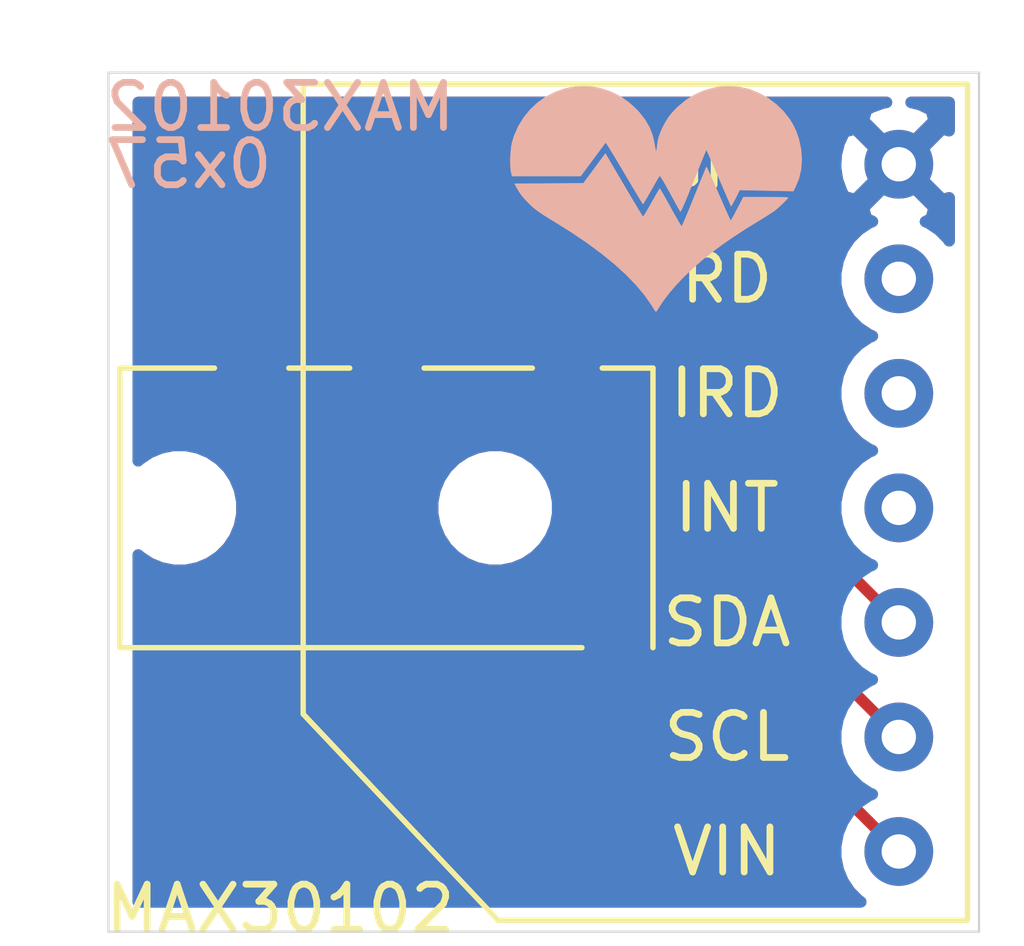
<source format=kicad_pcb>
(kicad_pcb (version 20171130) (host pcbnew "(5.1.5)-3")

  (general
    (thickness 1.6)
    (drawings 7)
    (tracks 12)
    (zones 0)
    (modules 3)
    (nets 8)
  )

  (page A4)
  (layers
    (0 F.Cu signal)
    (31 B.Cu signal)
    (32 B.Adhes user)
    (33 F.Adhes user)
    (34 B.Paste user)
    (35 F.Paste user)
    (36 B.SilkS user)
    (37 F.SilkS user)
    (38 B.Mask user)
    (39 F.Mask user)
    (40 Dwgs.User user)
    (41 Cmts.User user)
    (42 Eco1.User user)
    (43 Eco2.User user)
    (44 Edge.Cuts user)
    (45 Margin user)
    (46 B.CrtYd user)
    (47 F.CrtYd user)
    (48 B.Fab user)
    (49 F.Fab user)
  )

  (setup
    (last_trace_width 0.25)
    (trace_clearance 0.2)
    (zone_clearance 0.508)
    (zone_45_only no)
    (trace_min 0.2)
    (via_size 0.8)
    (via_drill 0.4)
    (via_min_size 0.4)
    (via_min_drill 0.3)
    (uvia_size 0.3)
    (uvia_drill 0.1)
    (uvias_allowed no)
    (uvia_min_size 0.2)
    (uvia_min_drill 0.1)
    (edge_width 0.05)
    (segment_width 0.2)
    (pcb_text_width 0.3)
    (pcb_text_size 1.5 1.5)
    (mod_edge_width 0.12)
    (mod_text_size 1 1)
    (mod_text_width 0.15)
    (pad_size 1.524 1.524)
    (pad_drill 0.762)
    (pad_to_mask_clearance 0.051)
    (solder_mask_min_width 0.25)
    (aux_axis_origin 0 0)
    (visible_elements 7FFFFFFF)
    (pcbplotparams
      (layerselection 0x010fc_ffffffff)
      (usegerberextensions false)
      (usegerberattributes false)
      (usegerberadvancedattributes false)
      (creategerberjobfile false)
      (excludeedgelayer true)
      (linewidth 0.100000)
      (plotframeref false)
      (viasonmask false)
      (mode 1)
      (useauxorigin false)
      (hpglpennumber 1)
      (hpglpenspeed 20)
      (hpglpendiameter 15.000000)
      (psnegative false)
      (psa4output false)
      (plotreference true)
      (plotvalue true)
      (plotinvisibletext false)
      (padsonsilk false)
      (subtractmaskfromsilk false)
      (outputformat 1)
      (mirror false)
      (drillshape 0)
      (scaleselection 1)
      (outputdirectory "gerbers/"))
  )

  (net 0 "")
  (net 1 GND)
  (net 2 SDA)
  (net 3 SCL)
  (net 4 +3V3)
  (net 5 "Net-(U1-Pad5)")
  (net 6 "Net-(U1-Pad6)")
  (net 7 "Net-(U1-Pad4)")

  (net_class Default "Ceci est la Netclass par défaut."
    (clearance 0.2)
    (trace_width 0.25)
    (via_dia 0.8)
    (via_drill 0.4)
    (uvia_dia 0.3)
    (uvia_drill 0.1)
    (add_net +3V3)
    (add_net GND)
    (add_net "Net-(U1-Pad4)")
    (add_net "Net-(U1-Pad5)")
    (add_net "Net-(U1-Pad6)")
    (add_net SCL)
    (add_net SDA)
  )

  (module usini_sensors:module_max30102 (layer F.Cu) (tedit 5FDC8E46) (tstamp 5FDC9BB3)
    (at 181.864 20.828 180)
    (path /5FDC8EB2)
    (fp_text reference U1 (at 2.794 -20.32 180) (layer F.SilkS) hide
      (effects (font (size 1 1) (thickness 0.15)))
    )
    (fp_text value module_max30102 (at 8.382 0.254 180) (layer F.Fab)
      (effects (font (size 1 1) (thickness 0.15)))
    )
    (fp_text user GND (at 6.35 -2.54 180) (layer F.SilkS)
      (effects (font (size 1 1) (thickness 0.15)))
    )
    (fp_text user RD (at 6.35 -5.08 180) (layer F.SilkS)
      (effects (font (size 1 1) (thickness 0.15)))
    )
    (fp_text user IRD (at 6.35 -7.62 180) (layer F.SilkS)
      (effects (font (size 1 1) (thickness 0.15)))
    )
    (fp_text user INT (at 6.35 -10.16 180) (layer F.SilkS)
      (effects (font (size 1 1) (thickness 0.15)))
    )
    (fp_text user SDA (at 6.35 -12.7 180) (layer F.SilkS)
      (effects (font (size 1 1) (thickness 0.15)))
    )
    (fp_text user SCL (at 6.35 -15.24 180) (layer F.SilkS)
      (effects (font (size 1 1) (thickness 0.15)))
    )
    (fp_text user VIN (at 6.35 -17.78 180) (layer F.SilkS)
      (effects (font (size 1 1) (thickness 0.15)))
    )
    (fp_line (start 1.016 -0.762) (end 1.016 -19.304) (layer F.SilkS) (width 0.12))
    (fp_line (start 15.748 -0.762) (end 1.016 -0.762) (layer F.SilkS) (width 0.12))
    (fp_line (start 15.748 -14.732) (end 15.748 -0.762) (layer F.SilkS) (width 0.12))
    (fp_line (start 1.016 -19.304) (end 11.43 -19.304) (layer F.SilkS) (width 0.12))
    (fp_line (start 11.43 -19.304) (end 15.748 -14.732) (layer F.SilkS) (width 0.12))
    (pad 7 thru_hole circle (at 2.54 -2.54 180) (size 1.524 1.524) (drill 0.762) (layers *.Cu *.Mask)
      (net 1 GND))
    (pad 6 thru_hole circle (at 2.54 -5.08 180) (size 1.524 1.524) (drill 0.762) (layers *.Cu *.Mask)
      (net 6 "Net-(U1-Pad6)"))
    (pad 5 thru_hole circle (at 2.54 -7.62 180) (size 1.524 1.524) (drill 0.762) (layers *.Cu *.Mask)
      (net 5 "Net-(U1-Pad5)"))
    (pad 4 thru_hole circle (at 2.54 -10.16 180) (size 1.524 1.524) (drill 0.762) (layers *.Cu *.Mask)
      (net 7 "Net-(U1-Pad4)"))
    (pad 3 thru_hole circle (at 2.54 -12.7 180) (size 1.524 1.524) (drill 0.762) (layers *.Cu *.Mask)
      (net 2 SDA))
    (pad 2 thru_hole circle (at 2.54 -15.24 180) (size 1.524 1.524) (drill 0.762) (layers *.Cu *.Mask)
      (net 3 SCL))
    (pad 1 thru_hole circle (at 2.54 -17.78 180) (size 1.524 1.524) (drill 0.762) (layers *.Cu *.Mask)
      (net 4 +3V3))
    (model ${KISYS3DMOD}/Connector_PinSocket_2.54mm.3dshapes/PinSocket_1x07_P2.54mm_Vertical.step
      (offset (xyz 2.5 17.8 0))
      (scale (xyz 1 1 1))
      (rotate (xyz 0 0 0))
    )
    (model ${KISYS3DMOD}/Connector_PinHeader_2.54mm.3dshapes/PinHeader_1x07_P2.54mm_Vertical.step
      (offset (xyz 2.5 17.8 9.5))
      (scale (xyz 1 1 1))
      (rotate (xyz 0 -180 0))
    )
    (model ${KIPRJMOD}/usini_sensors.pretty/MAX30102.step
      (offset (xyz 1 1 10.77))
      (scale (xyz 1 1 1))
      (rotate (xyz 0 0 0))
    )
  )

  (module usini_sensors:logo_heartrate (layer B.Cu) (tedit 5FDB7F01) (tstamp 5FDCEC6C)
    (at 173.99 24.13 180)
    (fp_text reference G*** (at -0.254 3.81) (layer B.SilkS) hide
      (effects (font (size 1.524 1.524) (thickness 0.3)) (justify mirror))
    )
    (fp_text value LOGO (at 0.508 -4.064) (layer B.SilkS) hide
      (effects (font (size 1.524 1.524) (thickness 0.3)) (justify mirror))
    )
    (fp_poly (pts (xy 1.803801 2.480821) (xy 1.95966 2.462752) (xy 2.072272 2.438921) (xy 2.288033 2.363562)
      (xy 2.489684 2.259026) (xy 2.674629 2.127988) (xy 2.840275 1.97312) (xy 2.984028 1.797093)
      (xy 3.103294 1.602582) (xy 3.195477 1.392259) (xy 3.243758 1.231993) (xy 3.258963 1.149092)
      (xy 3.270217 1.045755) (xy 3.27719 0.931951) (xy 3.279556 0.817653) (xy 3.276985 0.71283)
      (xy 3.269151 0.627453) (xy 3.264503 0.601133) (xy 3.242734 0.499533) (xy 1.720457 0.499533)
      (xy 1.448662 0.866883) (xy 1.376417 0.964379) (xy 1.310618 1.052891) (xy 1.253991 1.128778)
      (xy 1.209259 1.188396) (xy 1.179148 1.228103) (xy 1.166383 1.244257) (xy 1.166338 1.244301)
      (xy 1.155906 1.232229) (xy 1.130114 1.193715) (xy 1.090683 1.131561) (xy 1.039331 1.04857)
      (xy 0.977779 0.947542) (xy 0.907746 0.831281) (xy 0.830952 0.702589) (xy 0.751472 0.568265)
      (xy 0.669705 0.429813) (xy 0.593116 0.300692) (xy 0.523421 0.18376) (xy 0.462339 0.081869)
      (xy 0.411586 -0.002124) (xy 0.37288 -0.065364) (xy 0.347939 -0.104998) (xy 0.338533 -0.118186)
      (xy 0.327996 -0.10424) (xy 0.303623 -0.065141) (xy 0.268045 -0.005328) (xy 0.223897 0.070762)
      (xy 0.173811 0.158689) (xy 0.164485 0.175223) (xy 0.112529 0.267049) (xy 0.06513 0.350029)
      (xy 0.025192 0.419142) (xy -0.004382 0.469369) (xy -0.020687 0.495688) (xy -0.021648 0.497046)
      (xy -0.029877 0.50204) (xy -0.041738 0.495998) (xy -0.059101 0.476031) (xy -0.083834 0.439251)
      (xy -0.117806 0.382766) (xy -0.162887 0.303688) (xy -0.220946 0.199127) (xy -0.258201 0.131324)
      (xy -0.316474 0.025171) (xy -0.369897 -0.071863) (xy -0.416163 -0.155612) (xy -0.452967 -0.221911)
      (xy -0.478003 -0.266594) (xy -0.488759 -0.285184) (xy -0.498548 -0.276874) (xy -0.519334 -0.238374)
      (xy -0.551236 -0.169411) (xy -0.594373 -0.069715) (xy -0.648862 0.060989) (xy -0.714822 0.222971)
      (xy -0.780891 0.387698) (xy -0.838741 0.532272) (xy -0.892881 0.666671) (xy -0.942007 0.787728)
      (xy -0.984816 0.89227) (xy -1.020005 0.977129) (xy -1.04627 1.039135) (xy -1.062309 1.075117)
      (xy -1.066799 1.083132) (xy -1.07511 1.068073) (xy -1.095277 1.025163) (xy -1.125842 0.95769)
      (xy -1.165343 0.86894) (xy -1.212322 0.762201) (xy -1.265318 0.640762) (xy -1.322873 0.507908)
      (xy -1.344992 0.456607) (xy -1.614719 -0.169752) (xy -1.659536 -0.093013) (xy -1.691836 -0.034671)
      (xy -1.728736 0.036359) (xy -1.753877 0.087367) (xy -1.8034 0.191009) (xy -2.99532 0.166577)
      (xy -3.045116 0.265322) (xy -3.120827 0.452558) (xy -3.166625 0.652734) (xy -3.182335 0.862586)
      (xy -3.167784 1.078851) (xy -3.122796 1.298263) (xy -3.103805 1.362733) (xy -3.053146 1.503866)
      (xy -2.993016 1.629698) (xy -2.915096 1.757425) (xy -2.906972 1.769534) (xy -2.775464 1.936344)
      (xy -2.618153 2.088605) (xy -2.441165 2.22193) (xy -2.250625 2.331934) (xy -2.052659 2.414232)
      (xy -1.972733 2.438419) (xy -1.83059 2.466921) (xy -1.669836 2.482947) (xy -1.50349 2.48613)
      (xy -1.344569 2.476101) (xy -1.235963 2.459252) (xy -1.016042 2.396618) (xy -0.805593 2.303035)
      (xy -0.609349 2.181086) (xy -0.432039 2.033356) (xy -0.402136 2.003859) (xy -0.304852 1.899708)
      (xy -0.227646 1.802431) (xy -0.162268 1.700345) (xy -0.100464 1.581767) (xy -0.093113 1.566333)
      (xy -0.0462 1.461066) (xy -0.013755 1.370873) (xy 0.008059 1.282333) (xy 0.023079 1.182026)
      (xy 0.026972 1.146283) (xy 0.034281 1.091277) (xy 0.042459 1.054813) (xy 0.049824 1.044225)
      (xy 0.050299 1.044683) (xy 0.057643 1.066639) (xy 0.067444 1.113724) (xy 0.078033 1.177451)
      (xy 0.082427 1.207965) (xy 0.122555 1.395136) (xy 0.190937 1.572466) (xy 0.289215 1.743125)
      (xy 0.419032 1.910283) (xy 0.48153 1.978308) (xy 0.659098 2.140263) (xy 0.852375 2.272765)
      (xy 1.060011 2.375055) (xy 1.280654 2.446376) (xy 1.337564 2.459252) (xy 1.479892 2.479427)
      (xy 1.639591 2.486498) (xy 1.803801 2.480821)) (layer B.SilkS) (width 0.01))
    (fp_poly (pts (xy 1.319075 0.799834) (xy 1.382083 0.71457) (xy 1.447969 0.625394) (xy 1.509311 0.542354)
      (xy 1.558688 0.475494) (xy 1.56269 0.470073) (xy 1.659454 0.339012) (xy 2.421536 0.334606)
      (xy 3.183617 0.3302) (xy 3.139005 0.245533) (xy 3.087435 0.155989) (xy 3.029176 0.07326)
      (xy 2.956929 -0.012222) (xy 2.882582 -0.090623) (xy 2.826933 -0.145418) (xy 2.771337 -0.195533)
      (xy 2.711158 -0.244299) (xy 2.641756 -0.295051) (xy 2.558494 -0.35112) (xy 2.456734 -0.41584)
      (xy 2.331837 -0.492543) (xy 2.277534 -0.525412) (xy 1.905871 -0.758448) (xy 1.563231 -0.991289)
      (xy 1.250246 -1.223385) (xy 0.967547 -1.454185) (xy 0.715765 -1.68314) (xy 0.49553 -1.909697)
      (xy 0.307474 -2.133308) (xy 0.152228 -2.35342) (xy 0.117081 -2.410402) (xy 0.086709 -2.459072)
      (xy 0.062792 -2.49354) (xy 0.0508 -2.506133) (xy 0.038208 -2.492748) (xy 0.014007 -2.457717)
      (xy -0.01548 -2.410402) (xy -0.112276 -2.263432) (xy -0.233309 -2.104301) (xy -0.373995 -1.93863)
      (xy -0.529749 -1.772039) (xy -0.566479 -1.734926) (xy -0.757107 -1.552099) (xy -0.958165 -1.374984)
      (xy -1.173318 -1.200839) (xy -1.406232 -1.026919) (xy -1.66057 -0.850481) (xy -1.939997 -0.668781)
      (xy -2.226733 -0.491986) (xy -2.3212 -0.434298) (xy -2.4109 -0.378177) (xy -2.48975 -0.327531)
      (xy -2.551667 -0.286267) (xy -2.590569 -0.258294) (xy -2.5908 -0.258111) (xy -2.639711 -0.21731)
      (xy -2.695392 -0.167647) (xy -2.75219 -0.114599) (xy -2.804452 -0.063639) (xy -2.846525 -0.020243)
      (xy -2.872757 0.010117) (xy -2.878666 0.020678) (xy -2.862432 0.024014) (xy -2.816523 0.027022)
      (xy -2.745132 0.029594) (xy -2.652449 0.031619) (xy -2.542668 0.032989) (xy -2.419978 0.033593)
      (xy -2.383366 0.03361) (xy -1.888066 0.033354) (xy -1.7526 -0.228692) (xy -1.707996 -0.313863)
      (xy -1.668344 -0.387488) (xy -1.636349 -0.444709) (xy -1.614716 -0.480673) (xy -1.606528 -0.490903)
      (xy -1.597688 -0.475934) (xy -1.577023 -0.433187) (xy -1.546043 -0.366018) (xy -1.506257 -0.277779)
      (xy -1.459175 -0.171825) (xy -1.406306 -0.05151) (xy -1.349159 0.079813) (xy -1.336351 0.109412)
      (xy -1.278614 0.242293) (xy -1.22492 0.364553) (xy -1.176759 0.472897) (xy -1.135622 0.564031)
      (xy -1.102999 0.634661) (xy -1.080379 0.681492) (xy -1.069254 0.701229) (xy -1.068483 0.701595)
      (xy -1.060594 0.684599) (xy -1.041482 0.639473) (xy -1.012504 0.569532) (xy -0.975016 0.478091)
      (xy -0.930376 0.368463) (xy -0.879938 0.243965) (xy -0.82506 0.10791) (xy -0.796794 0.037617)
      (xy -0.740122 -0.102608) (xy -0.686938 -0.232573) (xy -0.638626 -0.349011) (xy -0.596571 -0.44866)
      (xy -0.562159 -0.528253) (xy -0.536774 -0.584525) (xy -0.5218 -0.614213) (xy -0.518654 -0.618066)
      (xy -0.507019 -0.603797) (xy -0.481472 -0.563496) (xy -0.444208 -0.500922) (xy -0.397421 -0.419836)
      (xy -0.343305 -0.323997) (xy -0.284054 -0.217166) (xy -0.274059 -0.198967) (xy -0.214399 -0.090776)
      (xy -0.159839 0.007031) (xy -0.112522 0.090708) (xy -0.07459 0.156502) (xy -0.048185 0.200665)
      (xy -0.035449 0.219446) (xy -0.034805 0.219845) (xy -0.024118 0.205664) (xy 0.000432 0.166178)
      (xy 0.036296 0.105706) (xy 0.080926 0.028568) (xy 0.131773 -0.060917) (xy 0.150043 -0.093421)
      (xy 0.202487 -0.186086) (xy 0.249698 -0.267809) (xy 0.289105 -0.334281) (xy 0.318142 -0.381195)
      (xy 0.334239 -0.404243) (xy 0.33631 -0.405876) (xy 0.346788 -0.39162) (xy 0.372649 -0.350952)
      (xy 0.41219 -0.286699) (xy 0.463706 -0.201689) (xy 0.525492 -0.09875) (xy 0.595845 0.019292)
      (xy 0.67306 0.149607) (xy 0.755434 0.28937) (xy 0.759679 0.296591) (xy 1.172223 0.998535)
      (xy 1.319075 0.799834)) (layer B.SilkS) (width 0.01))
  )

  (module usini_sensors:jack_3.5mm_TRRS (layer F.Cu) (tedit 5FDB7F81) (tstamp 5FDA3052)
    (at 168.148 30.988)
    (descr "Headphones with microphone connector, 3.5mm, 4 pins (http://www.qingpu-electronics.com/en/products/WQP-PJ320D-72.html)")
    (tags "3.5mm jack mic microphone phones headphones 4pins audio plug")
    (path /5FDC3E76)
    (attr smd)
    (fp_text reference J1 (at -0.508 0.508 90) (layer F.SilkS) hide
      (effects (font (size 1 1) (thickness 0.15)))
    )
    (fp_text value AudioJack4 (at -0.025 6.35) (layer F.Fab)
      (effects (font (size 1 1) (thickness 0.15)))
    )
    (fp_circle (center 3.9 -2.35) (end 3.95 -2.1) (layer F.Fab) (width 0.12))
    (fp_line (start -6.096 -3.1) (end -6.096 3.1) (layer F.SilkS) (width 0.12))
    (fp_line (start -8.73 -5) (end 6.07 -5) (layer F.CrtYd) (width 0.05))
    (fp_line (start -8.73 5) (end 6.07 5) (layer F.CrtYd) (width 0.05))
    (fp_line (start 5.725 3.1) (end 5.725 -3.1) (layer F.SilkS) (width 0.12))
    (fp_line (start -8.73 5) (end -8.73 -5) (layer F.CrtYd) (width 0.05))
    (fp_line (start 6.07 5) (end 6.07 -5) (layer F.CrtYd) (width 0.05))
    (fp_line (start -6.096 -3.1) (end -4 -3.1) (layer F.SilkS) (width 0.12))
    (fp_line (start -2.35 -3.1) (end -1 -3.1) (layer F.SilkS) (width 0.12))
    (fp_line (start 0.65 -3.1) (end 3.05 -3.1) (layer F.SilkS) (width 0.12))
    (fp_line (start 4.6 -3.1) (end 5.725 -3.1) (layer F.SilkS) (width 0.12))
    (fp_line (start 4.15 3.1) (end -6.096 3.1) (layer F.SilkS) (width 0.12))
    (fp_line (start 5.575 -2.9) (end 5.575 2.9) (layer F.Fab) (width 0.1))
    (fp_line (start -6.096 -2.9) (end 5.575 -2.9) (layer F.Fab) (width 0.1))
    (fp_line (start -6.096 -2.3) (end -6.096 -2.9) (layer F.Fab) (width 0.1))
    (fp_line (start -8.225 -2.3) (end -6.096 -2.3) (layer F.Fab) (width 0.1))
    (fp_line (start -8.225 2.3) (end -8.225 -2.3) (layer F.Fab) (width 0.1))
    (fp_line (start -6.096 2.3) (end -8.225 2.3) (layer F.Fab) (width 0.1))
    (fp_line (start -6.096 2.9) (end -6.096 2.286) (layer F.Fab) (width 0.1))
    (fp_line (start 5.575 2.9) (end -6.096 2.9) (layer F.Fab) (width 0.1))
    (fp_text user %R (at -1.195 0) (layer F.Fab)
      (effects (font (size 1 1) (thickness 0.15)))
    )
    (pad "" np_thru_hole circle (at 2.225 0) (size 1.5 1.5) (drill 1.5) (layers *.Cu *.Mask))
    (pad "" np_thru_hole circle (at -4.775 0) (size 1.5 1.5) (drill 1.5) (layers *.Cu *.Mask))
    (pad R2 smd roundrect (at -3.175 -4.572) (size 1.2 3.2) (layers F.Cu F.Paste F.Mask) (roundrect_rratio 0.25)
      (net 2 SDA))
    (pad R1 smd roundrect (at -0.175 -4.572) (size 1.2 3.2) (layers F.Cu F.Paste F.Mask) (roundrect_rratio 0.25)
      (net 3 SCL))
    (pad T smd roundrect (at 3.81 -4.572) (size 1.2 3.2) (layers F.Cu F.Paste F.Mask) (roundrect_rratio 0.25)
      (net 4 +3V3))
    (pad S smd roundrect (at 4.925 4.572) (size 1.2 3.2) (layers F.Cu F.Paste F.Mask) (roundrect_rratio 0.25)
      (net 1 GND))
    (model ${KIPRJMOD}/usini_sensors.pretty/audio_3.5mm_trrs.step
      (offset (xyz 5.5 -3 0))
      (scale (xyz 1 1 1))
      (rotate (xyz 0 0 -90))
    )
  )

  (gr_text MAX30102 (at 165.608 39.878) (layer F.SilkS)
    (effects (font (size 1 1) (thickness 0.15)))
  )
  (gr_line (start 181.102 40.386) (end 181.102 21.336) (layer Edge.Cuts) (width 0.05))
  (gr_line (start 161.798 40.386) (end 181.102 40.386) (layer Edge.Cuts) (width 0.05))
  (gr_line (start 161.798 21.336) (end 161.798 40.386) (layer Edge.Cuts) (width 0.05))
  (gr_line (start 181.102 21.336) (end 161.798 21.336) (layer Edge.Cuts) (width 0.05))
  (gr_text 0x57 (at 163.576 23.368) (layer B.SilkS)
    (effects (font (size 1 1) (thickness 0.15)) (justify mirror))
  )
  (gr_text MAX30102 (at 165.608 22.098) (layer B.SilkS)
    (effects (font (size 1 1) (thickness 0.15)) (justify mirror))
  )

  (segment (start 179.324 33.528) (end 174.244 28.448) (width 0.25) (layer F.Cu) (net 2) (status 10))
  (segment (start 174.244 28.448) (end 174.244 24.13) (width 0.25) (layer F.Cu) (net 2))
  (segment (start 174.244 24.13) (end 173.736 23.622) (width 0.25) (layer F.Cu) (net 2))
  (segment (start 167.767 23.622) (end 164.973 26.416) (width 0.25) (layer F.Cu) (net 2) (status 20))
  (segment (start 173.736 23.622) (end 167.767 23.622) (width 0.25) (layer F.Cu) (net 2))
  (segment (start 170.259 24.13) (end 167.973 26.416) (width 0.25) (layer F.Cu) (net 3) (status 20))
  (segment (start 173.482 24.638) (end 172.974 24.13) (width 0.25) (layer F.Cu) (net 3))
  (segment (start 179.324 36.068) (end 173.482 30.226) (width 0.25) (layer F.Cu) (net 3) (status 10))
  (segment (start 172.974 24.13) (end 170.259 24.13) (width 0.25) (layer F.Cu) (net 3))
  (segment (start 173.482 30.226) (end 173.482 24.638) (width 0.25) (layer F.Cu) (net 3))
  (segment (start 171.958 31.242) (end 171.958 26.416) (width 0.25) (layer F.Cu) (net 4) (status 20))
  (segment (start 179.324 38.608) (end 171.958 31.242) (width 0.25) (layer F.Cu) (net 4) (status 10))

  (zone (net 1) (net_name GND) (layer F.Cu) (tstamp 5FE0E982) (hatch edge 0.508)
    (connect_pads (clearance 0.508))
    (min_thickness 0.254)
    (fill yes (arc_segments 32) (thermal_gap 0.508) (thermal_bridge_width 0.508))
    (polygon
      (pts
        (xy 181.102 40.386) (xy 161.798 40.386) (xy 161.798 21.336) (xy 181.102 21.336)
      )
    )
    (filled_polygon
      (pts
        (xy 178.979867 22.007078) (xy 178.720977 22.100364) (xy 178.60502 22.162344) (xy 178.53804 22.402435) (xy 179.324 23.188395)
        (xy 180.10996 22.402435) (xy 180.04298 22.162344) (xy 179.793952 22.045244) (xy 179.595476 21.996) (xy 180.442001 21.996)
        (xy 180.442001 22.624566) (xy 180.289565 22.58204) (xy 179.503605 23.368) (xy 180.289565 24.15396) (xy 180.442001 24.111434)
        (xy 180.442001 25.066674) (xy 180.40912 25.017465) (xy 180.214535 24.82288) (xy 179.985727 24.669995) (xy 179.914057 24.640308)
        (xy 179.927023 24.635636) (xy 180.04298 24.573656) (xy 180.10996 24.333565) (xy 179.324 23.547605) (xy 178.53804 24.333565)
        (xy 178.60502 24.573656) (xy 178.74076 24.637485) (xy 178.662273 24.669995) (xy 178.433465 24.82288) (xy 178.23888 25.017465)
        (xy 178.085995 25.246273) (xy 177.980686 25.50051) (xy 177.927 25.770408) (xy 177.927 26.045592) (xy 177.980686 26.31549)
        (xy 178.085995 26.569727) (xy 178.23888 26.798535) (xy 178.433465 26.99312) (xy 178.662273 27.146005) (xy 178.739515 27.178)
        (xy 178.662273 27.209995) (xy 178.433465 27.36288) (xy 178.23888 27.557465) (xy 178.085995 27.786273) (xy 177.980686 28.04051)
        (xy 177.927 28.310408) (xy 177.927 28.585592) (xy 177.980686 28.85549) (xy 178.085995 29.109727) (xy 178.23888 29.338535)
        (xy 178.433465 29.53312) (xy 178.662273 29.686005) (xy 178.739515 29.718) (xy 178.662273 29.749995) (xy 178.433465 29.90288)
        (xy 178.23888 30.097465) (xy 178.085995 30.326273) (xy 177.980686 30.58051) (xy 177.927 30.850408) (xy 177.927 31.056198)
        (xy 175.004 28.133199) (xy 175.004 24.167322) (xy 175.007676 24.129999) (xy 175.004 24.092676) (xy 175.004 24.092667)
        (xy 174.993003 23.981014) (xy 174.949546 23.837753) (xy 174.878974 23.705724) (xy 174.784001 23.589999) (xy 174.755002 23.5662)
        (xy 174.628819 23.440017) (xy 177.92209 23.440017) (xy 177.963078 23.712133) (xy 178.056364 23.971023) (xy 178.118344 24.08698)
        (xy 178.358435 24.15396) (xy 179.144395 23.368) (xy 178.358435 22.58204) (xy 178.118344 22.64902) (xy 178.001244 22.898048)
        (xy 177.934977 23.165135) (xy 177.92209 23.440017) (xy 174.628819 23.440017) (xy 174.299803 23.111002) (xy 174.276001 23.081999)
        (xy 174.160276 22.987026) (xy 174.028247 22.916454) (xy 173.884986 22.872997) (xy 173.773333 22.862) (xy 173.773322 22.862)
        (xy 173.736 22.858324) (xy 173.698678 22.862) (xy 167.804325 22.862) (xy 167.767 22.858324) (xy 167.729675 22.862)
        (xy 167.729667 22.862) (xy 167.618014 22.872997) (xy 167.474753 22.916454) (xy 167.342724 22.987026) (xy 167.226999 23.081999)
        (xy 167.203201 23.110997) (xy 165.895233 24.418966) (xy 165.794165 24.336022) (xy 165.631985 24.249334) (xy 165.456009 24.195953)
        (xy 165.273 24.177928) (xy 164.673 24.177928) (xy 164.489991 24.195953) (xy 164.314015 24.249334) (xy 164.151835 24.336022)
        (xy 164.009683 24.452683) (xy 163.893022 24.594835) (xy 163.806334 24.757015) (xy 163.752953 24.932991) (xy 163.734928 25.116)
        (xy 163.734928 27.716) (xy 163.752953 27.899009) (xy 163.806334 28.074985) (xy 163.893022 28.237165) (xy 164.009683 28.379317)
        (xy 164.151835 28.495978) (xy 164.314015 28.582666) (xy 164.489991 28.636047) (xy 164.673 28.654072) (xy 165.273 28.654072)
        (xy 165.456009 28.636047) (xy 165.631985 28.582666) (xy 165.794165 28.495978) (xy 165.936317 28.379317) (xy 166.052978 28.237165)
        (xy 166.139666 28.074985) (xy 166.193047 27.899009) (xy 166.211072 27.716) (xy 166.211072 26.252729) (xy 166.734928 25.728873)
        (xy 166.734928 27.716) (xy 166.752953 27.899009) (xy 166.806334 28.074985) (xy 166.893022 28.237165) (xy 167.009683 28.379317)
        (xy 167.151835 28.495978) (xy 167.314015 28.582666) (xy 167.489991 28.636047) (xy 167.673 28.654072) (xy 168.273 28.654072)
        (xy 168.456009 28.636047) (xy 168.631985 28.582666) (xy 168.794165 28.495978) (xy 168.936317 28.379317) (xy 169.052978 28.237165)
        (xy 169.139666 28.074985) (xy 169.193047 27.899009) (xy 169.211072 27.716) (xy 169.211072 26.252729) (xy 170.573802 24.89)
        (xy 170.750994 24.89) (xy 170.737953 24.932991) (xy 170.719928 25.116) (xy 170.719928 27.716) (xy 170.737953 27.899009)
        (xy 170.791334 28.074985) (xy 170.878022 28.237165) (xy 170.994683 28.379317) (xy 171.136835 28.495978) (xy 171.198001 28.528672)
        (xy 171.198 29.873523) (xy 171.029043 29.760629) (xy 170.776989 29.656225) (xy 170.509411 29.603) (xy 170.236589 29.603)
        (xy 169.969011 29.656225) (xy 169.716957 29.760629) (xy 169.490114 29.912201) (xy 169.297201 30.105114) (xy 169.145629 30.331957)
        (xy 169.041225 30.584011) (xy 168.988 30.851589) (xy 168.988 31.124411) (xy 169.041225 31.391989) (xy 169.145629 31.644043)
        (xy 169.297201 31.870886) (xy 169.490114 32.063799) (xy 169.716957 32.215371) (xy 169.969011 32.319775) (xy 170.236589 32.373)
        (xy 170.509411 32.373) (xy 170.776989 32.319775) (xy 171.029043 32.215371) (xy 171.255886 32.063799) (xy 171.448799 31.870886)
        (xy 171.474148 31.832949) (xy 172.966199 33.325) (xy 172.945998 33.325) (xy 172.945998 33.483748) (xy 172.78725 33.325)
        (xy 172.473 33.321928) (xy 172.348518 33.334188) (xy 172.22882 33.370498) (xy 172.118506 33.429463) (xy 172.021815 33.508815)
        (xy 171.942463 33.605506) (xy 171.883498 33.71582) (xy 171.847188 33.835518) (xy 171.834928 33.96) (xy 171.838 35.27425)
        (xy 171.99675 35.433) (xy 172.946 35.433) (xy 172.946 35.413) (xy 173.2 35.413) (xy 173.2 35.433)
        (xy 174.14925 35.433) (xy 174.308 35.27425) (xy 174.309417 34.668218) (xy 177.957628 38.31643) (xy 177.927 38.470408)
        (xy 177.927 38.745592) (xy 177.980686 39.01549) (xy 178.085995 39.269727) (xy 178.23888 39.498535) (xy 178.433465 39.69312)
        (xy 178.482673 39.726) (xy 162.458 39.726) (xy 162.458 37.16) (xy 171.834928 37.16) (xy 171.847188 37.284482)
        (xy 171.883498 37.40418) (xy 171.942463 37.514494) (xy 172.021815 37.611185) (xy 172.118506 37.690537) (xy 172.22882 37.749502)
        (xy 172.348518 37.785812) (xy 172.473 37.798072) (xy 172.78725 37.795) (xy 172.946 37.63625) (xy 172.946 35.687)
        (xy 173.2 35.687) (xy 173.2 37.63625) (xy 173.35875 37.795) (xy 173.673 37.798072) (xy 173.797482 37.785812)
        (xy 173.91718 37.749502) (xy 174.027494 37.690537) (xy 174.124185 37.611185) (xy 174.203537 37.514494) (xy 174.262502 37.40418)
        (xy 174.298812 37.284482) (xy 174.311072 37.16) (xy 174.308 35.84575) (xy 174.14925 35.687) (xy 173.2 35.687)
        (xy 172.946 35.687) (xy 171.99675 35.687) (xy 171.838 35.84575) (xy 171.834928 37.16) (xy 162.458 37.16)
        (xy 162.458 32.031685) (xy 162.490114 32.063799) (xy 162.716957 32.215371) (xy 162.969011 32.319775) (xy 163.236589 32.373)
        (xy 163.509411 32.373) (xy 163.776989 32.319775) (xy 164.029043 32.215371) (xy 164.255886 32.063799) (xy 164.448799 31.870886)
        (xy 164.600371 31.644043) (xy 164.704775 31.391989) (xy 164.758 31.124411) (xy 164.758 30.851589) (xy 164.704775 30.584011)
        (xy 164.600371 30.331957) (xy 164.448799 30.105114) (xy 164.255886 29.912201) (xy 164.029043 29.760629) (xy 163.776989 29.656225)
        (xy 163.509411 29.603) (xy 163.236589 29.603) (xy 162.969011 29.656225) (xy 162.716957 29.760629) (xy 162.490114 29.912201)
        (xy 162.458 29.944315) (xy 162.458 21.996) (xy 179.053413 21.996)
      )
    )
  )
  (zone (net 1) (net_name GND) (layer B.Cu) (tstamp 5FE0E97F) (hatch edge 0.508)
    (connect_pads (clearance 0.508))
    (min_thickness 0.254)
    (fill yes (arc_segments 32) (thermal_gap 0.508) (thermal_bridge_width 0.508))
    (polygon
      (pts
        (xy 181.102 40.386) (xy 161.798 40.386) (xy 161.798 21.336) (xy 181.102 21.336)
      )
    )
    (filled_polygon
      (pts
        (xy 178.979867 22.007078) (xy 178.720977 22.100364) (xy 178.60502 22.162344) (xy 178.53804 22.402435) (xy 179.324 23.188395)
        (xy 180.10996 22.402435) (xy 180.04298 22.162344) (xy 179.793952 22.045244) (xy 179.595476 21.996) (xy 180.442001 21.996)
        (xy 180.442001 22.624566) (xy 180.289565 22.58204) (xy 179.503605 23.368) (xy 180.289565 24.15396) (xy 180.442001 24.111434)
        (xy 180.442001 25.066674) (xy 180.40912 25.017465) (xy 180.214535 24.82288) (xy 179.985727 24.669995) (xy 179.914057 24.640308)
        (xy 179.927023 24.635636) (xy 180.04298 24.573656) (xy 180.10996 24.333565) (xy 179.324 23.547605) (xy 178.53804 24.333565)
        (xy 178.60502 24.573656) (xy 178.74076 24.637485) (xy 178.662273 24.669995) (xy 178.433465 24.82288) (xy 178.23888 25.017465)
        (xy 178.085995 25.246273) (xy 177.980686 25.50051) (xy 177.927 25.770408) (xy 177.927 26.045592) (xy 177.980686 26.31549)
        (xy 178.085995 26.569727) (xy 178.23888 26.798535) (xy 178.433465 26.99312) (xy 178.662273 27.146005) (xy 178.739515 27.178)
        (xy 178.662273 27.209995) (xy 178.433465 27.36288) (xy 178.23888 27.557465) (xy 178.085995 27.786273) (xy 177.980686 28.04051)
        (xy 177.927 28.310408) (xy 177.927 28.585592) (xy 177.980686 28.85549) (xy 178.085995 29.109727) (xy 178.23888 29.338535)
        (xy 178.433465 29.53312) (xy 178.662273 29.686005) (xy 178.739515 29.718) (xy 178.662273 29.749995) (xy 178.433465 29.90288)
        (xy 178.23888 30.097465) (xy 178.085995 30.326273) (xy 177.980686 30.58051) (xy 177.927 30.850408) (xy 177.927 31.125592)
        (xy 177.980686 31.39549) (xy 178.085995 31.649727) (xy 178.23888 31.878535) (xy 178.433465 32.07312) (xy 178.662273 32.226005)
        (xy 178.739515 32.258) (xy 178.662273 32.289995) (xy 178.433465 32.44288) (xy 178.23888 32.637465) (xy 178.085995 32.866273)
        (xy 177.980686 33.12051) (xy 177.927 33.390408) (xy 177.927 33.665592) (xy 177.980686 33.93549) (xy 178.085995 34.189727)
        (xy 178.23888 34.418535) (xy 178.433465 34.61312) (xy 178.662273 34.766005) (xy 178.739515 34.798) (xy 178.662273 34.829995)
        (xy 178.433465 34.98288) (xy 178.23888 35.177465) (xy 178.085995 35.406273) (xy 177.980686 35.66051) (xy 177.927 35.930408)
        (xy 177.927 36.205592) (xy 177.980686 36.47549) (xy 178.085995 36.729727) (xy 178.23888 36.958535) (xy 178.433465 37.15312)
        (xy 178.662273 37.306005) (xy 178.739515 37.338) (xy 178.662273 37.369995) (xy 178.433465 37.52288) (xy 178.23888 37.717465)
        (xy 178.085995 37.946273) (xy 177.980686 38.20051) (xy 177.927 38.470408) (xy 177.927 38.745592) (xy 177.980686 39.01549)
        (xy 178.085995 39.269727) (xy 178.23888 39.498535) (xy 178.433465 39.69312) (xy 178.482673 39.726) (xy 162.458 39.726)
        (xy 162.458 32.031685) (xy 162.490114 32.063799) (xy 162.716957 32.215371) (xy 162.969011 32.319775) (xy 163.236589 32.373)
        (xy 163.509411 32.373) (xy 163.776989 32.319775) (xy 164.029043 32.215371) (xy 164.255886 32.063799) (xy 164.448799 31.870886)
        (xy 164.600371 31.644043) (xy 164.704775 31.391989) (xy 164.758 31.124411) (xy 164.758 30.851589) (xy 168.988 30.851589)
        (xy 168.988 31.124411) (xy 169.041225 31.391989) (xy 169.145629 31.644043) (xy 169.297201 31.870886) (xy 169.490114 32.063799)
        (xy 169.716957 32.215371) (xy 169.969011 32.319775) (xy 170.236589 32.373) (xy 170.509411 32.373) (xy 170.776989 32.319775)
        (xy 171.029043 32.215371) (xy 171.255886 32.063799) (xy 171.448799 31.870886) (xy 171.600371 31.644043) (xy 171.704775 31.391989)
        (xy 171.758 31.124411) (xy 171.758 30.851589) (xy 171.704775 30.584011) (xy 171.600371 30.331957) (xy 171.448799 30.105114)
        (xy 171.255886 29.912201) (xy 171.029043 29.760629) (xy 170.776989 29.656225) (xy 170.509411 29.603) (xy 170.236589 29.603)
        (xy 169.969011 29.656225) (xy 169.716957 29.760629) (xy 169.490114 29.912201) (xy 169.297201 30.105114) (xy 169.145629 30.331957)
        (xy 169.041225 30.584011) (xy 168.988 30.851589) (xy 164.758 30.851589) (xy 164.704775 30.584011) (xy 164.600371 30.331957)
        (xy 164.448799 30.105114) (xy 164.255886 29.912201) (xy 164.029043 29.760629) (xy 163.776989 29.656225) (xy 163.509411 29.603)
        (xy 163.236589 29.603) (xy 162.969011 29.656225) (xy 162.716957 29.760629) (xy 162.490114 29.912201) (xy 162.458 29.944315)
        (xy 162.458 23.440017) (xy 177.92209 23.440017) (xy 177.963078 23.712133) (xy 178.056364 23.971023) (xy 178.118344 24.08698)
        (xy 178.358435 24.15396) (xy 179.144395 23.368) (xy 178.358435 22.58204) (xy 178.118344 22.64902) (xy 178.001244 22.898048)
        (xy 177.934977 23.165135) (xy 177.92209 23.440017) (xy 162.458 23.440017) (xy 162.458 21.996) (xy 179.053413 21.996)
      )
    )
  )
)

</source>
